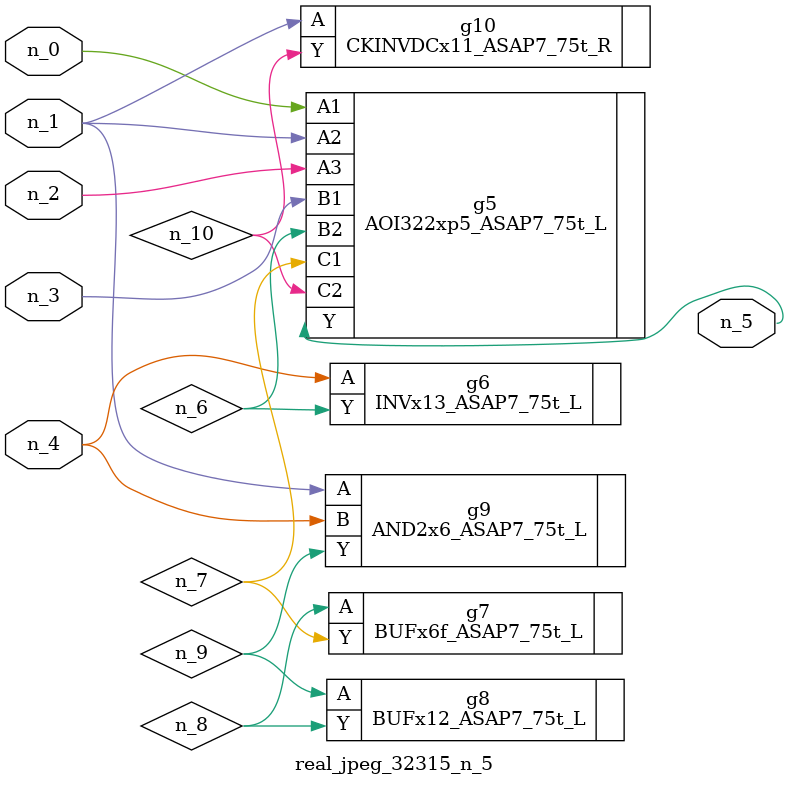
<source format=v>
module real_jpeg_32315_n_5 (n_4, n_0, n_1, n_2, n_3, n_5);

input n_4;
input n_0;
input n_1;
input n_2;
input n_3;

output n_5;

wire n_8;
wire n_6;
wire n_7;
wire n_10;
wire n_9;

AOI322xp5_ASAP7_75t_L g5 ( 
.A1(n_0),
.A2(n_1),
.A3(n_2),
.B1(n_3),
.B2(n_6),
.C1(n_7),
.C2(n_10),
.Y(n_5)
);

AND2x6_ASAP7_75t_L g9 ( 
.A(n_1),
.B(n_4),
.Y(n_9)
);

CKINVDCx11_ASAP7_75t_R g10 ( 
.A(n_1),
.Y(n_10)
);

INVx13_ASAP7_75t_L g6 ( 
.A(n_4),
.Y(n_6)
);

BUFx6f_ASAP7_75t_L g7 ( 
.A(n_8),
.Y(n_7)
);

BUFx12_ASAP7_75t_L g8 ( 
.A(n_9),
.Y(n_8)
);


endmodule
</source>
